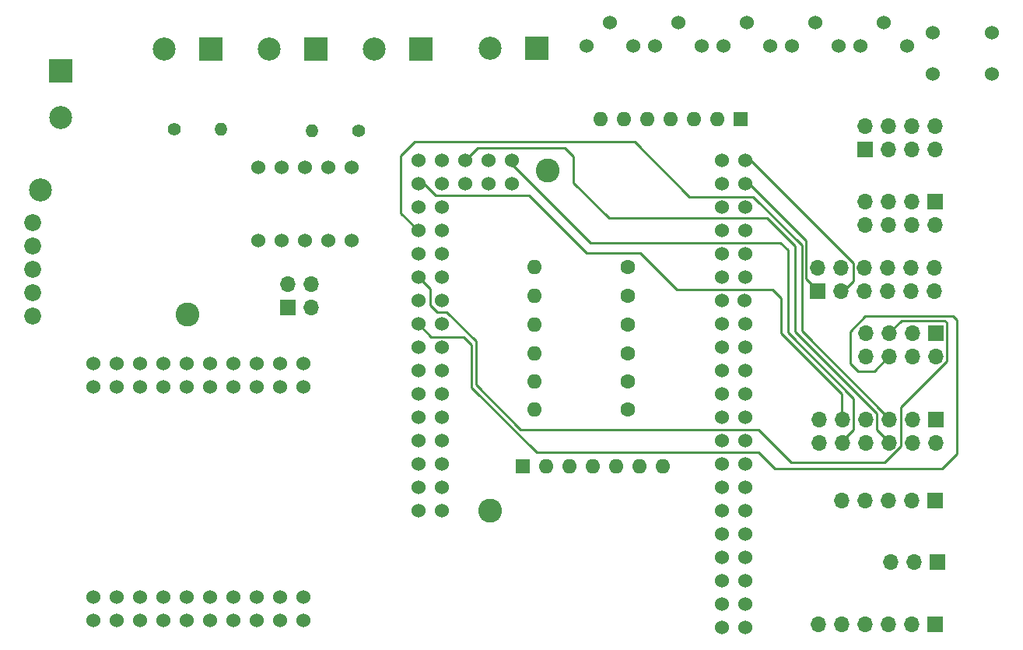
<source format=gbr>
%TF.GenerationSoftware,KiCad,Pcbnew,(6.0.0-0)*%
%TF.CreationDate,2022-03-14T14:23:59-04:00*%
%TF.ProjectId,BODY LED CONTROLLER,424f4459-204c-4454-9420-434f4e54524f,1.0*%
%TF.SameCoordinates,Original*%
%TF.FileFunction,Copper,L3,Inr*%
%TF.FilePolarity,Positive*%
%FSLAX46Y46*%
G04 Gerber Fmt 4.6, Leading zero omitted, Abs format (unit mm)*
G04 Created by KiCad (PCBNEW (6.0.0-0)) date 2022-03-14 14:23:59*
%MOMM*%
%LPD*%
G01*
G04 APERTURE LIST*
%TA.AperFunction,ComponentPad*%
%ADD10R,2.500000X2.500000*%
%TD*%
%TA.AperFunction,ComponentPad*%
%ADD11C,2.500000*%
%TD*%
%TA.AperFunction,ComponentPad*%
%ADD12R,1.700000X1.700000*%
%TD*%
%TA.AperFunction,ComponentPad*%
%ADD13O,1.700000X1.700000*%
%TD*%
%TA.AperFunction,ComponentPad*%
%ADD14C,1.600000*%
%TD*%
%TA.AperFunction,ComponentPad*%
%ADD15O,1.600000X1.600000*%
%TD*%
%TA.AperFunction,ComponentPad*%
%ADD16C,1.836000*%
%TD*%
%TA.AperFunction,ComponentPad*%
%ADD17C,2.600000*%
%TD*%
%TA.AperFunction,ComponentPad*%
%ADD18C,1.524000*%
%TD*%
%TA.AperFunction,ComponentPad*%
%ADD19R,1.600000X1.600000*%
%TD*%
%TA.AperFunction,ComponentPad*%
%ADD20C,1.400000*%
%TD*%
%TA.AperFunction,ComponentPad*%
%ADD21O,1.400000X1.400000*%
%TD*%
%TA.AperFunction,Conductor*%
%ADD22C,0.250000*%
%TD*%
G04 APERTURE END LIST*
D10*
%TO.N,GND*%
%TO.C,J1*%
X93790000Y-70645000D03*
D11*
%TO.N,+12V*%
X93790000Y-75725000D03*
%TD*%
D10*
%TO.N,GND*%
%TO.C,J2*%
X110180000Y-68280000D03*
D11*
%TO.N,+5V*%
X105100000Y-68280000D03*
%TD*%
D10*
%TO.N,GND*%
%TO.C,J3*%
X133045000Y-68280000D03*
D11*
%TO.N,+5V*%
X127965000Y-68280000D03*
%TD*%
D10*
%TO.N,GND*%
%TO.C,J4*%
X121615000Y-68254000D03*
D11*
%TO.N,+5V*%
X116535000Y-68254000D03*
%TD*%
D12*
%TO.N,GND*%
%TO.C,J7*%
X188976000Y-117334000D03*
D13*
%TO.N,+5V*%
X186436000Y-117334000D03*
%TO.N,DP_LOAD*%
X183896000Y-117334000D03*
%TO.N,DP_CLOCK*%
X181356000Y-117334000D03*
%TO.N,DP_DATA_IN*%
X178816000Y-117334000D03*
%TD*%
D12*
%TO.N,GND*%
%TO.C,J8*%
X188976000Y-130810000D03*
D13*
%TO.N,+5V*%
X186436000Y-130810000D03*
%TO.N,VU_STROBE*%
X183896000Y-130810000D03*
%TO.N,VU_RESET*%
X181356000Y-130810000D03*
%TO.N,SPECTRUM_LEFT*%
X178816000Y-130810000D03*
%TO.N,SPECTRUM_RIGHT*%
X176276000Y-130810000D03*
%TD*%
D14*
%TO.N,Net-(J5-Pad8)*%
%TO.C,R2*%
X155520000Y-104422000D03*
D15*
%TO.N,MAINT_DATA*%
X145360000Y-104422000D03*
%TD*%
D14*
%TO.N,Net-(J6-Pad7)*%
%TO.C,R3*%
X155520000Y-101344000D03*
D15*
%TO.N,CS1_DATA*%
X145360000Y-101344000D03*
%TD*%
D14*
%TO.N,Net-(J6-Pad11)*%
%TO.C,R4*%
X155520000Y-98216000D03*
D15*
%TO.N,CS2_DATA*%
X145360000Y-98216000D03*
%TD*%
D14*
%TO.N,Net-(J6-Pad8)*%
%TO.C,R5*%
X155520000Y-95068000D03*
D15*
%TO.N,VU1_DATA*%
X145360000Y-95068000D03*
%TD*%
D14*
%TO.N,Net-(J6-Pad12)*%
%TO.C,R6*%
X155520000Y-91970000D03*
D15*
%TO.N,VU2_DATA*%
X145360000Y-91970000D03*
%TD*%
D16*
%TO.N,unconnected-(U1-PadEN)*%
%TO.C,U1*%
X90780000Y-87130000D03*
%TO.N,GND*%
X90780000Y-92210000D03*
X90780000Y-94750000D03*
D11*
%TO.N,N/C*%
X91610000Y-83600000D03*
D17*
X107610000Y-97100000D03*
D16*
%TO.N,+12V*%
X90780000Y-89670000D03*
%TO.N,+5V*%
X90780000Y-97290000D03*
%TD*%
D18*
%TO.N,unconnected-(U2-Pad0)*%
%TO.C,U2*%
X105015400Y-130406600D03*
%TO.N,unconnected-(U2-Pad1)*%
X120205400Y-127866600D03*
%TO.N,unconnected-(U2-Pad2)*%
X102475400Y-130406600D03*
%TO.N,unconnected-(U2-Pad3)*%
X117715400Y-127866600D03*
%TO.N,unconnected-(U2-Pad4)*%
X107555400Y-130406600D03*
%TO.N,unconnected-(U2-Pad5)*%
X105015400Y-105000600D03*
%TO.N,unconnected-(U2-Pad18)*%
X112635400Y-105000600D03*
%TO.N,unconnected-(U2-Pad19)*%
X110095400Y-105000600D03*
%TO.N,unconnected-(U2-Pad21)*%
X112635400Y-127866600D03*
%TO.N,unconnected-(U2-Pad22)*%
X115175400Y-127866600D03*
%TO.N,unconnected-(U2-Pad23)*%
X107555400Y-105000600D03*
%TO.N,unconnected-(U2-Pad25)*%
X107555400Y-127866600D03*
%TO.N,unconnected-(U2-Pad26)*%
X115175400Y-105000600D03*
%TO.N,unconnected-(U2-Pad27)*%
X110095400Y-127866600D03*
%TO.N,unconnected-(U2-Pad32)*%
X112635400Y-130406600D03*
%TO.N,unconnected-(U2-Pad33)*%
X110095400Y-102460600D03*
%TO.N,unconnected-(U2-Pad34)*%
X107555400Y-102460600D03*
%TO.N,unconnected-(U2-Pad35)*%
X112635400Y-102460600D03*
%TO.N,unconnected-(U2-Pad39)*%
X115175400Y-102460600D03*
%TO.N,GND*%
X105015400Y-127866600D03*
X120255400Y-130406600D03*
X120255400Y-102460600D03*
%TO.N,+5V*%
X102475400Y-127866600D03*
%TO.N,3.3V*%
X102475400Y-105000600D03*
%TO.N,unconnected-(U2-Pad80)*%
X99935400Y-127866600D03*
%TO.N,unconnected-(U2-Pad81)*%
X97395400Y-127866600D03*
%TO.N,unconnected-(U2-Pad82)*%
X110095400Y-130406600D03*
%TO.N,unconnected-(U2-Pad83)*%
X99935400Y-130406600D03*
%TO.N,unconnected-(U2-Pad84)*%
X97395400Y-130406600D03*
%TO.N,unconnected-(U2-Pad85)*%
X120255400Y-105000600D03*
%TO.N,unconnected-(U2-Pad86)*%
X117715400Y-105000600D03*
%TO.N,unconnected-(U2-Pad87)*%
X99935400Y-105000600D03*
%TO.N,unconnected-(U2-Pad88)*%
X97395400Y-105000600D03*
%TO.N,unconnected-(U2-Pad89)*%
X117715400Y-102460600D03*
%TO.N,unconnected-(U2-Pad90)*%
X105015400Y-102460600D03*
%TO.N,unconnected-(U2-Pad91)*%
X102475400Y-102460600D03*
%TO.N,unconnected-(U2-Pad92)*%
X99935400Y-102460600D03*
%TO.N,unconnected-(U2-Pad93)*%
X97395400Y-102460600D03*
%TO.N,ESP_LOGIC_RX*%
X115175400Y-130406600D03*
%TO.N,ESP_LOGIC_TX*%
X117715400Y-130406600D03*
%TD*%
D14*
%TO.N,Net-(J5-Pad7)*%
%TO.C,R1*%
X155520000Y-107470000D03*
D15*
%TO.N,LDP_DATA*%
X145360000Y-107470000D03*
%TD*%
D18*
%TO.N,JUMPER5*%
%TO.C,SW1*%
X125476000Y-89091000D03*
%TO.N,JUMPER4*%
X122936000Y-89091000D03*
%TO.N,JUMPER3*%
X120396000Y-89091000D03*
%TO.N,JUMPER2*%
X117856000Y-89091000D03*
%TO.N,JUMPER1*%
X115316000Y-89091000D03*
%TO.N,+5V*%
X115316000Y-81089000D03*
X117856000Y-81089000D03*
X120396000Y-81089000D03*
X122936000Y-81089000D03*
X125476000Y-81089000D03*
%TD*%
%TO.N,GND*%
%TO.C,RV1*%
X156140000Y-67935000D03*
%TO.N,TRIM1*%
X153600000Y-65325000D03*
%TO.N,+5V*%
X151060000Y-67935000D03*
%TD*%
%TO.N,GND*%
%TO.C,RV2*%
X171015000Y-67935000D03*
%TO.N,TRIM3*%
X168475000Y-65325000D03*
%TO.N,+5V*%
X165935000Y-67935000D03*
%TD*%
%TO.N,GND*%
%TO.C,RV3*%
X185890000Y-67935000D03*
%TO.N,TRIM5*%
X183350000Y-65325000D03*
%TO.N,+5V*%
X180810000Y-67935000D03*
%TD*%
%TO.N,GND*%
%TO.C,RV4*%
X163577500Y-67935000D03*
%TO.N,TRIM2*%
X161037500Y-65325000D03*
%TO.N,+5V*%
X158497500Y-67935000D03*
%TD*%
%TO.N,GND*%
%TO.C,RV5*%
X178452500Y-67935000D03*
%TO.N,TRIM4*%
X175912500Y-65325000D03*
%TO.N,+5V*%
X173372500Y-67935000D03*
%TD*%
D12*
%TO.N,ESP_LOGIC_RX*%
%TO.C,J13*%
X118545000Y-96315000D03*
D13*
%TO.N,ESP_LOGIC_TX*%
X118545000Y-93775000D03*
%TO.N,LOGIC_2560_RX*%
X121085000Y-96315000D03*
%TO.N,LOGIC_2560_TX*%
X121085000Y-93775000D03*
%TD*%
D12*
%TO.N,GND*%
%TO.C,J13*%
X189215000Y-124030000D03*
D13*
%TO.N,+5V*%
X186675000Y-124030000D03*
%TO.N,EXT_MIC*%
X184135000Y-124030000D03*
%TD*%
D19*
%TO.N,GND*%
%TO.C,RN2*%
X144140000Y-113620000D03*
D15*
%TO.N,LIMIT1*%
X146680000Y-113620000D03*
%TO.N,LIMIT2*%
X149220000Y-113620000D03*
%TO.N,LIMIT3*%
X151760000Y-113620000D03*
%TO.N,LIMIT4*%
X154300000Y-113620000D03*
%TO.N,LIMIT5*%
X156840000Y-113620000D03*
%TO.N,LIMIT6*%
X159380000Y-113620000D03*
%TD*%
D20*
%TO.N,BATTERY_LEVEL*%
%TO.C,R7*%
X106172000Y-76962000D03*
D21*
%TO.N,POS*%
X111252000Y-76962000D03*
%TD*%
D18*
%TO.N,GND*%
%TO.C,SW3*%
X188690000Y-70950000D03*
%TO.N,SAVE*%
X188690000Y-66450000D03*
%TO.N,GND*%
X195190000Y-70950000D03*
%TO.N,SAVE*%
X195190000Y-66450000D03*
%TD*%
D12*
%TO.N,GND*%
%TO.C,J6*%
X189050000Y-108510000D03*
D13*
X189050000Y-111050000D03*
%TO.N,+5V*%
X186510000Y-108510000D03*
X186510000Y-111050000D03*
%TO.N,CS1_CLOCK*%
X183970000Y-108510000D03*
%TO.N,VU1_CLOCK*%
X183970000Y-111050000D03*
%TO.N,Net-(J6-Pad7)*%
X181430000Y-108510000D03*
%TO.N,Net-(J6-Pad8)*%
X181430000Y-111050000D03*
%TO.N,CS2_CLOCK*%
X178890000Y-108510000D03*
%TO.N,VU2_CLOCK*%
X178890000Y-111050000D03*
%TO.N,Net-(J6-Pad11)*%
X176350000Y-108510000D03*
%TO.N,Net-(J6-Pad12)*%
X176350000Y-111050000D03*
%TD*%
D12*
%TO.N,GND*%
%TO.C,J11*%
X188970000Y-84810000D03*
D13*
X188970000Y-87350000D03*
%TO.N,+5V*%
X186430000Y-84810000D03*
X186430000Y-87350000D03*
%TO.N,TX1*%
X183890000Y-84810000D03*
%TO.N,TX0*%
X183890000Y-87350000D03*
%TO.N,RX1*%
X181350000Y-84810000D03*
%TO.N,RX0*%
X181350000Y-87350000D03*
%TD*%
D12*
%TO.N,LIMIT1*%
%TO.C,J9*%
X176200000Y-94600000D03*
D13*
%TO.N,+5V*%
X176200000Y-92060000D03*
%TO.N,LIMIT2*%
X178740000Y-94600000D03*
%TO.N,+5V*%
X178740000Y-92060000D03*
%TO.N,LIMIT3*%
X181280000Y-94600000D03*
%TO.N,+5V*%
X181280000Y-92060000D03*
%TO.N,LIMIT4*%
X183820000Y-94600000D03*
%TO.N,+5V*%
X183820000Y-92060000D03*
%TO.N,LIMIT5*%
X186360000Y-94600000D03*
%TO.N,+5V*%
X186360000Y-92060000D03*
%TO.N,LIMIT6*%
X188900000Y-94600000D03*
%TO.N,+5V*%
X188900000Y-92060000D03*
%TD*%
D20*
%TO.N,NEG*%
%TO.C,R8*%
X126238000Y-77140000D03*
D21*
%TO.N,BATTERY_LEVEL*%
X121158000Y-77140000D03*
%TD*%
D19*
%TO.N,GND*%
%TO.C,RN1*%
X167820000Y-75850000D03*
D15*
%TO.N,JUMPER1*%
X165280000Y-75850000D03*
%TO.N,JUMPER2*%
X162740000Y-75850000D03*
%TO.N,JUMPER3*%
X160200000Y-75850000D03*
%TO.N,JUMPER4*%
X157660000Y-75850000D03*
%TO.N,JUMPER5*%
X155120000Y-75850000D03*
%TO.N,SAVE*%
X152580000Y-75850000D03*
%TD*%
D12*
%TO.N,+5V*%
%TO.C,J10*%
X181320000Y-79150000D03*
D13*
X181320000Y-76610000D03*
%TO.N,GND*%
X183860000Y-79150000D03*
X183860000Y-76610000D03*
%TO.N,SCL*%
X186400000Y-79150000D03*
X186400000Y-76610000D03*
%TO.N,SDA*%
X188940000Y-79150000D03*
X188940000Y-76610000D03*
%TD*%
D12*
%TO.N,GND*%
%TO.C,J5*%
X189040000Y-99130000D03*
D13*
X189040000Y-101670000D03*
%TO.N,+5V*%
X186500000Y-99130000D03*
X186500000Y-101670000D03*
%TO.N,LDP_CLOCK*%
X183960000Y-99130000D03*
%TO.N,MAINT_CLOCK*%
X183960000Y-101670000D03*
%TO.N,Net-(J5-Pad7)*%
X181420000Y-99130000D03*
%TO.N,Net-(J5-Pad8)*%
X181420000Y-101670000D03*
%TD*%
D18*
%TO.N,TX0*%
%TO.C,U3*%
X165755000Y-118455000D03*
%TO.N,RX0*%
X168295000Y-118455000D03*
%TO.N,OE*%
X165755000Y-115915000D03*
%TO.N,DP_DATA_IN*%
X168295000Y-115915000D03*
%TO.N,DP_CLOCK*%
X165765000Y-113375000D03*
%TO.N,DP_LOAD*%
X168295000Y-113375000D03*
%TO.N,unconnected-(U3-Pad6)*%
X165755000Y-110835000D03*
%TO.N,unconnected-(U3-Pad7)*%
X168295000Y-110835000D03*
%TO.N,unconnected-(U3-Pad8)*%
X165755000Y-108295000D03*
%TO.N,unconnected-(U3-Pad9)*%
X168295000Y-108295000D03*
%TO.N,unconnected-(U3-Pad10)*%
X165755000Y-105755000D03*
%TO.N,unconnected-(U3-Pad11)*%
X168295000Y-105755000D03*
%TO.N,VU_STROBE*%
X165755000Y-103215000D03*
%TO.N,VU_RESET*%
X168295000Y-103215000D03*
%TO.N,unconnected-(U3-Pad14)*%
X165755000Y-100675000D03*
%TO.N,unconnected-(U3-Pad15)*%
X168295000Y-100675000D03*
%TO.N,LOGIC_2560_RX*%
X165755000Y-98135000D03*
%TO.N,LOGIC_2560_TX*%
X168295000Y-98135000D03*
%TO.N,TX1*%
X165765000Y-95595000D03*
%TO.N,RX1*%
X168215000Y-95595000D03*
%TO.N,SDA*%
X165765000Y-93055000D03*
%TO.N,SCL*%
X168295000Y-93055000D03*
%TO.N,unconnected-(U3-Pad22)*%
X165755000Y-90515000D03*
%TO.N,unconnected-(U3-Pad23)*%
X168295000Y-90515000D03*
%TO.N,unconnected-(U3-Pad24)*%
X165755000Y-87975000D03*
%TO.N,unconnected-(U3-Pad25)*%
X168295000Y-87975000D03*
%TO.N,unconnected-(U3-Pad26)*%
X165755000Y-85435000D03*
%TO.N,unconnected-(U3-Pad27)*%
X168295000Y-85435000D03*
%TO.N,unconnected-(U3-Pad28)*%
X165755000Y-82895000D03*
%TO.N,LIMIT1*%
X168295000Y-82895000D03*
%TO.N,MAINT_DATA*%
X165755000Y-80355000D03*
%TO.N,LIMIT2*%
X168295000Y-80355000D03*
%TO.N,MAINT_CLOCK*%
X132735000Y-98135000D03*
%TO.N,LIMIT3*%
X135275000Y-98135000D03*
%TO.N,LDP_DATA*%
X132735000Y-95595000D03*
%TO.N,LIMIT4*%
X135275000Y-95595000D03*
%TO.N,LDP_CLOCK*%
X132735000Y-93055000D03*
%TO.N,LIMIT5*%
X135275000Y-93055000D03*
%TO.N,CS1_DATA*%
X132735000Y-90515000D03*
%TO.N,LIMIT6*%
X135275000Y-90515000D03*
%TO.N,CS1_CLOCK*%
X132735000Y-87975000D03*
%TO.N,SAVE*%
X135275000Y-87975000D03*
%TO.N,CS2_DATA*%
X132735000Y-85435000D03*
%TO.N,unconnected-(U3-Pad43)*%
X135275000Y-85435000D03*
%TO.N,CS2_CLOCK*%
X132735000Y-82895000D03*
%TO.N,JUMPER5*%
X135275000Y-82895000D03*
%TO.N,VU1_DATA*%
X132735000Y-80355000D03*
%TO.N,JUMPER4*%
X135275000Y-80355000D03*
%TO.N,VU1_CLOCK*%
X137825000Y-80355000D03*
%TO.N,JUMPER3*%
X137815000Y-82895000D03*
%TO.N,VU2_DATA*%
X140355000Y-80355000D03*
%TO.N,JUMPER2*%
X140355000Y-82895000D03*
%TO.N,VU2_CLOCK*%
X142895000Y-80355000D03*
%TO.N,JUMPER1*%
X142895000Y-82895000D03*
%TO.N,GND*%
X168295000Y-128615000D03*
X165755000Y-128615000D03*
%TO.N,+5V*%
X165755000Y-131155000D03*
X168295000Y-131155000D03*
%TO.N,unconnected-(U3-Pad72)*%
X165755000Y-126075000D03*
%TO.N,unconnected-(U3-Pad73)*%
X168295000Y-126075000D03*
%TO.N,unconnected-(U3-Pad74)*%
X168295000Y-123535000D03*
%TO.N,unconnected-(U3-Pad75)*%
X165755000Y-123535000D03*
D17*
%TO.N,N/C*%
X146805000Y-81425000D03*
X140515000Y-118455000D03*
D18*
%TO.N,unconnected-(U3-Pad104)*%
X165755000Y-120995000D03*
%TO.N,unconnected-(U3-Pad105)*%
X168295000Y-120995000D03*
%TO.N,SPECTRUM_LEFT*%
X132735000Y-118455000D03*
%TO.N,SPECTRUM_RIGHT*%
X135275000Y-118455000D03*
%TO.N,TRIM1*%
X132735000Y-115915000D03*
%TO.N,TRIM2*%
X135275000Y-115915000D03*
%TO.N,TRIM3*%
X132735000Y-113375000D03*
%TO.N,TRIM4*%
X135275000Y-113375000D03*
%TO.N,TRIM5*%
X132735000Y-110835000D03*
%TO.N,BATTERY_LEVEL*%
X135275000Y-110835000D03*
%TO.N,EXT_MIC*%
X132735000Y-108295000D03*
%TO.N,unconnected-(U3-Pad209)*%
X135275000Y-108295000D03*
%TO.N,unconnected-(U3-Pad210)*%
X132735000Y-105755000D03*
%TO.N,unconnected-(U3-Pad211)*%
X135275000Y-105755000D03*
%TO.N,unconnected-(U3-Pad212)*%
X132735000Y-103215000D03*
%TO.N,unconnected-(U3-Pad213)*%
X135275000Y-103215000D03*
%TO.N,unconnected-(U3-Pad214)*%
X132735000Y-100675000D03*
%TO.N,unconnected-(U3-Pad215)*%
X135275000Y-100675000D03*
%TD*%
D10*
%TO.N,POS*%
%TO.C,J12*%
X145625000Y-68170000D03*
D11*
%TO.N,NEG*%
X140545000Y-68170000D03*
%TD*%
D22*
%TO.N,MAINT_CLOCK*%
X191330000Y-97710000D02*
X191330000Y-112300000D01*
X171520000Y-113880000D02*
X169750000Y-112110000D01*
X181389520Y-97320480D02*
X190940480Y-97320480D01*
X182380000Y-103260000D02*
X180580000Y-103260000D01*
X179730000Y-102410000D02*
X179730000Y-98980000D01*
X189750000Y-113880000D02*
X171520000Y-113880000D01*
X180580000Y-103260000D02*
X179730000Y-102410000D01*
X145610000Y-112110000D02*
X138550000Y-105050000D01*
X138550000Y-100370000D02*
X137710000Y-99530000D01*
X191330000Y-112300000D02*
X189750000Y-113880000D01*
X134130000Y-99530000D02*
X132750000Y-98150000D01*
X190940480Y-97320480D02*
X191330000Y-97710000D01*
X169750000Y-112110000D02*
X145610000Y-112110000D01*
X183850000Y-101790000D02*
X182380000Y-103260000D01*
X179730000Y-98980000D02*
X181389520Y-97320480D01*
X137710000Y-99530000D02*
X134130000Y-99530000D01*
X138550000Y-105050000D02*
X138550000Y-100370000D01*
%TO.N,LDP_CLOCK*%
X139030000Y-104770000D02*
X139030000Y-100020000D01*
X169720000Y-109610000D02*
X143870000Y-109610000D01*
X183850000Y-99250000D02*
X185330000Y-97770000D01*
X185330000Y-97770000D02*
X190029022Y-97770000D01*
X185230000Y-111451010D02*
X183491010Y-113190000D01*
X190214511Y-97955489D02*
X190214511Y-102206499D01*
X135850000Y-96840000D02*
X134770000Y-96840000D01*
X134030000Y-96100000D02*
X134030000Y-94350000D01*
X190029022Y-97770000D02*
X190214511Y-97955489D01*
X134770000Y-96840000D02*
X134030000Y-96100000D01*
X190214511Y-102206499D02*
X185230000Y-107191010D01*
X143870000Y-109610000D02*
X139030000Y-104770000D01*
X139030000Y-100020000D02*
X135850000Y-96840000D01*
X173300000Y-113190000D02*
X169720000Y-109610000D01*
X134030000Y-94350000D02*
X132750000Y-93070000D01*
X185230000Y-107191010D02*
X185230000Y-111451010D01*
X183491010Y-113190000D02*
X173300000Y-113190000D01*
%TO.N,VU1_CLOCK*%
X148710000Y-78980000D02*
X149640000Y-79910000D01*
X139230000Y-78980000D02*
X148710000Y-78980000D01*
X149640000Y-82790000D02*
X153480000Y-86630000D01*
X170700000Y-86630000D02*
X173760000Y-89690000D01*
X149640000Y-79910000D02*
X149640000Y-82790000D01*
X182630000Y-107830000D02*
X182630000Y-109630000D01*
X173760000Y-89690000D02*
X173760000Y-98960000D01*
X182630000Y-109630000D02*
X183920000Y-110920000D01*
X137840000Y-80370000D02*
X139230000Y-78980000D01*
X153480000Y-86630000D02*
X170700000Y-86630000D01*
X173760000Y-98960000D02*
X182630000Y-107830000D01*
%TO.N,VU2_CLOCK*%
X172990000Y-99090000D02*
X180120000Y-106220000D01*
X142910000Y-80370000D02*
X142910000Y-80740000D01*
X151450000Y-89280000D02*
X172170000Y-89280000D01*
X172170000Y-89280000D02*
X172990000Y-90100000D01*
X180120000Y-106220000D02*
X180120000Y-109640000D01*
X142910000Y-80740000D02*
X151450000Y-89280000D01*
X180120000Y-109640000D02*
X178840000Y-110920000D01*
X172990000Y-90100000D02*
X172990000Y-99090000D01*
%TO.N,CS2_CLOCK*%
X172220000Y-95340000D02*
X172220000Y-99150000D01*
X132750000Y-82910000D02*
X133386462Y-82910000D01*
X172220000Y-99150000D02*
X178840000Y-105770000D01*
X144760000Y-84160000D02*
X151030000Y-90430000D01*
X171260000Y-94380000D02*
X172220000Y-95340000D01*
X133386462Y-82910000D02*
X134636462Y-84160000D01*
X160830000Y-94380000D02*
X171260000Y-94380000D01*
X151030000Y-90430000D02*
X156880000Y-90430000D01*
X178840000Y-105770000D02*
X178840000Y-108380000D01*
X156880000Y-90430000D02*
X160830000Y-94380000D01*
X134636462Y-84160000D02*
X144760000Y-84160000D01*
%TO.N,CS1_CLOCK*%
X156300000Y-78340000D02*
X162260000Y-84300000D01*
X130840000Y-79840000D02*
X132340000Y-78340000D01*
X132340000Y-78340000D02*
X156300000Y-78340000D01*
X174470000Y-89610000D02*
X174470000Y-98930000D01*
X130840000Y-86080000D02*
X130840000Y-79840000D01*
X162260000Y-84300000D02*
X169160000Y-84300000D01*
X132750000Y-87990000D02*
X130840000Y-86080000D01*
X169160000Y-84300000D02*
X174470000Y-89610000D01*
X174470000Y-98930000D02*
X183920000Y-108380000D01*
%TO.N,LIMIT1*%
X168310000Y-82910000D02*
X168770000Y-82910000D01*
X174919520Y-93179520D02*
X176375000Y-94635000D01*
X174919520Y-89059520D02*
X174919520Y-93179520D01*
X168770000Y-82910000D02*
X174919520Y-89059520D01*
%TO.N,LIMIT2*%
X168910000Y-80370000D02*
X168310000Y-80370000D01*
X180089511Y-93460489D02*
X180089511Y-91549511D01*
X178915000Y-94635000D02*
X180089511Y-93460489D01*
X180089511Y-91549511D02*
X168910000Y-80370000D01*
%TD*%
M02*

</source>
